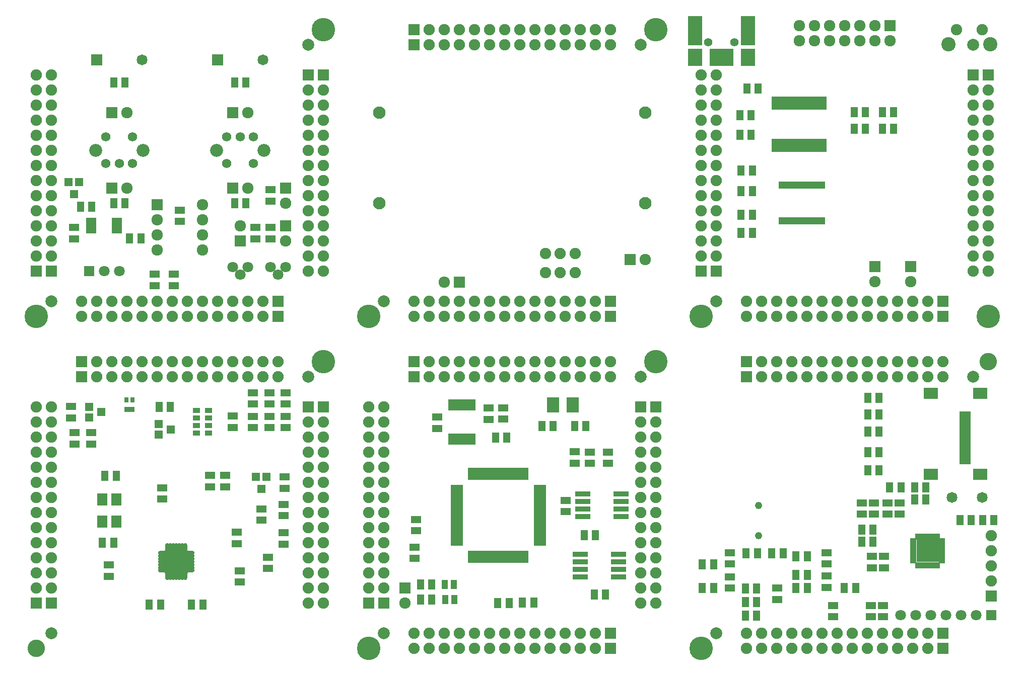
<source format=gts>
G04 (created by PCBNEW (2013-mar-13)-testing) date Tue 09 Apr 2013 04:17:55 PM CEST*
%MOIN*%
G04 Gerber Fmt 3.4, Leading zero omitted, Abs format*
%FSLAX34Y34*%
G01*
G70*
G90*
G04 APERTURE LIST*
%ADD10C,0.00393701*%
%ADD11R,0.070748X0.050748*%
%ADD12R,0.050748X0.070748*%
%ADD13C,0.0787402*%
%ADD14R,0.074848X0.074848*%
%ADD15C,0.074848*%
%ADD16C,0.155748*%
%ADD17C,0.0708661*%
%ADD18R,0.075748X0.075748*%
%ADD19C,0.075748*%
%ADD20R,0.051748X0.051748*%
%ADD21R,0.070748X0.070748*%
%ADD22C,0.070748*%
%ADD23C,0.061748*%
%ADD24C,0.085748*%
%ADD25R,0.071748X0.071748*%
%ADD26C,0.071748*%
%ADD27R,0.065748X0.030748*%
%ADD28C,0.0826772*%
%ADD29R,0.031748X0.086648*%
%ADD30R,0.027548X0.049248*%
%ADD31C,0.094448*%
%ADD32R,0.035448X0.114148*%
%ADD33C,0.055148*%
%ADD34R,0.094448X0.192888*%
%ADD35R,0.094448X0.114148*%
%ADD36C,0.115748*%
%ADD37R,0.027548X0.035448*%
%ADD38O,0.026748X0.055148*%
%ADD39O,0.055148X0.026748*%
%ADD40R,0.153548X0.153548*%
%ADD41R,0.047248X0.035448*%
%ADD42R,0.066948X0.078748*%
%ADD43R,0.040748X0.060748*%
%ADD44R,0.102348X0.035748*%
%ADD45R,0.027548X0.074848*%
%ADD46R,0.078748X0.025748*%
%ADD47R,0.025748X0.078748*%
%ADD48R,0.0826772X0.102348*%
%ADD49R,0.0944882X0.0728346*%
%ADD50R,0.0748031X0.0472441*%
%ADD51R,0.039348X0.025548*%
%ADD52R,0.025548X0.039348*%
%ADD53R,0.145648X0.145648*%
%ADD54C,0.047748*%
G04 APERTURE END LIST*
G54D10*
G54D11*
X21100Y-26975D03*
X21100Y-26225D03*
G54D12*
X15675Y-21750D03*
X14925Y-21750D03*
G54D13*
X30000Y-11000D03*
X13000Y-28000D03*
G54D14*
X28000Y-29000D03*
G54D15*
X27000Y-29000D03*
X26000Y-29000D03*
X25000Y-29000D03*
X24000Y-29000D03*
X23000Y-29000D03*
X22000Y-29000D03*
X21000Y-29000D03*
X20000Y-29000D03*
X19000Y-29000D03*
X18000Y-29000D03*
X17000Y-29000D03*
X16000Y-29000D03*
X15000Y-29000D03*
G54D14*
X31000Y-13000D03*
G54D15*
X31000Y-14000D03*
X31000Y-15000D03*
X31000Y-16000D03*
X31000Y-17000D03*
X31000Y-18000D03*
X31000Y-19000D03*
X31000Y-20000D03*
X31000Y-21000D03*
X31000Y-22000D03*
X31000Y-23000D03*
X31000Y-24000D03*
X31000Y-25000D03*
X31000Y-26000D03*
G54D14*
X13000Y-26000D03*
G54D15*
X13000Y-25000D03*
X13000Y-24000D03*
X13000Y-23000D03*
X13000Y-22000D03*
X13000Y-21000D03*
X13000Y-20000D03*
X13000Y-19000D03*
X13000Y-18000D03*
X13000Y-17000D03*
X13000Y-16000D03*
X13000Y-15000D03*
X13000Y-14000D03*
X13000Y-13000D03*
G54D14*
X12000Y-26000D03*
G54D15*
X12000Y-25000D03*
X12000Y-24000D03*
X12000Y-23000D03*
X12000Y-22000D03*
X12000Y-21000D03*
X12000Y-20000D03*
X12000Y-19000D03*
X12000Y-18000D03*
X12000Y-17000D03*
X12000Y-16000D03*
X12000Y-15000D03*
X12000Y-14000D03*
X12000Y-13000D03*
G54D14*
X30000Y-13000D03*
G54D15*
X30000Y-14000D03*
X30000Y-15000D03*
X30000Y-16000D03*
X30000Y-17000D03*
X30000Y-18000D03*
X30000Y-19000D03*
X30000Y-20000D03*
X30000Y-21000D03*
X30000Y-22000D03*
X30000Y-23000D03*
X30000Y-24000D03*
X30000Y-25000D03*
X30000Y-26000D03*
G54D14*
X28000Y-28000D03*
G54D15*
X27000Y-28000D03*
X26000Y-28000D03*
X25000Y-28000D03*
X24000Y-28000D03*
X23000Y-28000D03*
X22000Y-28000D03*
X21000Y-28000D03*
X20000Y-28000D03*
X19000Y-28000D03*
X18000Y-28000D03*
X17000Y-28000D03*
X16000Y-28000D03*
X15000Y-28000D03*
G54D16*
X12000Y-29000D03*
X31000Y-10000D03*
G54D17*
X28500Y-25750D03*
X28000Y-26250D03*
X27500Y-25750D03*
X26000Y-25750D03*
X25500Y-26250D03*
X25000Y-25750D03*
G54D18*
X20000Y-21600D03*
G54D19*
X20000Y-22600D03*
X20000Y-23600D03*
X20000Y-24600D03*
X23000Y-24600D03*
X23000Y-23600D03*
X23000Y-22600D03*
X23000Y-21600D03*
G54D20*
X14150Y-20100D03*
X14850Y-20100D03*
X14500Y-20900D03*
G54D11*
X26500Y-23875D03*
X26500Y-23125D03*
X27500Y-23125D03*
X27500Y-23875D03*
G54D12*
X17875Y-13500D03*
X17125Y-13500D03*
G54D11*
X21500Y-21975D03*
X21500Y-22725D03*
X14500Y-23875D03*
X14500Y-23125D03*
G54D12*
X17875Y-21500D03*
X17125Y-21500D03*
G54D11*
X19850Y-26975D03*
X19850Y-26225D03*
G54D12*
X18925Y-23850D03*
X18175Y-23850D03*
X25875Y-13500D03*
X25125Y-13500D03*
X25875Y-21500D03*
X25125Y-21500D03*
G54D11*
X27500Y-21375D03*
X27500Y-20625D03*
G54D21*
X15500Y-26000D03*
G54D22*
X16500Y-26000D03*
X17500Y-26000D03*
G54D18*
X25000Y-20500D03*
G54D19*
X26000Y-20500D03*
G54D18*
X17000Y-15500D03*
G54D19*
X18000Y-15500D03*
G54D18*
X28500Y-20500D03*
G54D19*
X28500Y-21500D03*
G54D18*
X28500Y-23000D03*
G54D19*
X28500Y-24000D03*
G54D18*
X25500Y-24000D03*
G54D19*
X25500Y-23000D03*
G54D18*
X25000Y-15500D03*
G54D19*
X26000Y-15500D03*
G54D18*
X17000Y-20500D03*
G54D19*
X18000Y-20500D03*
G54D23*
X16614Y-18885D03*
X17500Y-18885D03*
X18385Y-18885D03*
X18385Y-17114D03*
X16614Y-17114D03*
G54D24*
X19074Y-18000D03*
X15925Y-18000D03*
G54D23*
X26385Y-17114D03*
X25500Y-17114D03*
X24614Y-17114D03*
X24614Y-18885D03*
X26385Y-18885D03*
G54D24*
X23925Y-18000D03*
X27074Y-18000D03*
G54D25*
X24000Y-12000D03*
G54D26*
X27000Y-12000D03*
G54D25*
X16000Y-12000D03*
G54D26*
X19000Y-12000D03*
G54D27*
X15650Y-22616D03*
X15650Y-22872D03*
X15650Y-23128D03*
X15650Y-23384D03*
X17350Y-23384D03*
X17350Y-23128D03*
X17350Y-22872D03*
X17350Y-22616D03*
G54D15*
X46677Y-24838D03*
X45693Y-24838D03*
X47661Y-24838D03*
X47661Y-26098D03*
X46677Y-26098D03*
X45693Y-26098D03*
G54D18*
X40000Y-26750D03*
G54D19*
X39000Y-26750D03*
G54D28*
X34701Y-21500D03*
X52299Y-21500D03*
X52299Y-15500D03*
X34701Y-15500D03*
G54D16*
X53000Y-10000D03*
X34000Y-29000D03*
G54D18*
X51300Y-25260D03*
G54D19*
X52300Y-25260D03*
G54D13*
X35000Y-28000D03*
X52000Y-11000D03*
G54D14*
X37000Y-10000D03*
G54D15*
X38000Y-10000D03*
X39000Y-10000D03*
X40000Y-10000D03*
X41000Y-10000D03*
X42000Y-10000D03*
X43000Y-10000D03*
X44000Y-10000D03*
X45000Y-10000D03*
X46000Y-10000D03*
X47000Y-10000D03*
X48000Y-10000D03*
X49000Y-10000D03*
X50000Y-10000D03*
G54D14*
X50000Y-29000D03*
G54D15*
X49000Y-29000D03*
X48000Y-29000D03*
X47000Y-29000D03*
X46000Y-29000D03*
X45000Y-29000D03*
X44000Y-29000D03*
X43000Y-29000D03*
X42000Y-29000D03*
X41000Y-29000D03*
X40000Y-29000D03*
X39000Y-29000D03*
X38000Y-29000D03*
X37000Y-29000D03*
G54D14*
X50000Y-28000D03*
G54D15*
X49000Y-28000D03*
X48000Y-28000D03*
X47000Y-28000D03*
X46000Y-28000D03*
X45000Y-28000D03*
X44000Y-28000D03*
X43000Y-28000D03*
X42000Y-28000D03*
X41000Y-28000D03*
X40000Y-28000D03*
X39000Y-28000D03*
X38000Y-28000D03*
X37000Y-28000D03*
G54D14*
X37000Y-11000D03*
G54D15*
X38000Y-11000D03*
X39000Y-11000D03*
X40000Y-11000D03*
X41000Y-11000D03*
X42000Y-11000D03*
X43000Y-11000D03*
X44000Y-11000D03*
X45000Y-11000D03*
X46000Y-11000D03*
X47000Y-11000D03*
X48000Y-11000D03*
X49000Y-11000D03*
X50000Y-11000D03*
G54D11*
X21100Y-26975D03*
X21100Y-26225D03*
G54D12*
X15675Y-21750D03*
X14925Y-21750D03*
G54D13*
X30000Y-11000D03*
X13000Y-28000D03*
G54D14*
X28000Y-29000D03*
G54D15*
X27000Y-29000D03*
X26000Y-29000D03*
X25000Y-29000D03*
X24000Y-29000D03*
X23000Y-29000D03*
X22000Y-29000D03*
X21000Y-29000D03*
X20000Y-29000D03*
X19000Y-29000D03*
X18000Y-29000D03*
X17000Y-29000D03*
X16000Y-29000D03*
X15000Y-29000D03*
G54D14*
X31000Y-13000D03*
G54D15*
X31000Y-14000D03*
X31000Y-15000D03*
X31000Y-16000D03*
X31000Y-17000D03*
X31000Y-18000D03*
X31000Y-19000D03*
X31000Y-20000D03*
X31000Y-21000D03*
X31000Y-22000D03*
X31000Y-23000D03*
X31000Y-24000D03*
X31000Y-25000D03*
X31000Y-26000D03*
G54D14*
X13000Y-26000D03*
G54D15*
X13000Y-25000D03*
X13000Y-24000D03*
X13000Y-23000D03*
X13000Y-22000D03*
X13000Y-21000D03*
X13000Y-20000D03*
X13000Y-19000D03*
X13000Y-18000D03*
X13000Y-17000D03*
X13000Y-16000D03*
X13000Y-15000D03*
X13000Y-14000D03*
X13000Y-13000D03*
G54D14*
X12000Y-26000D03*
G54D15*
X12000Y-25000D03*
X12000Y-24000D03*
X12000Y-23000D03*
X12000Y-22000D03*
X12000Y-21000D03*
X12000Y-20000D03*
X12000Y-19000D03*
X12000Y-18000D03*
X12000Y-17000D03*
X12000Y-16000D03*
X12000Y-15000D03*
X12000Y-14000D03*
X12000Y-13000D03*
G54D14*
X30000Y-13000D03*
G54D15*
X30000Y-14000D03*
X30000Y-15000D03*
X30000Y-16000D03*
X30000Y-17000D03*
X30000Y-18000D03*
X30000Y-19000D03*
X30000Y-20000D03*
X30000Y-21000D03*
X30000Y-22000D03*
X30000Y-23000D03*
X30000Y-24000D03*
X30000Y-25000D03*
X30000Y-26000D03*
G54D14*
X28000Y-28000D03*
G54D15*
X27000Y-28000D03*
X26000Y-28000D03*
X25000Y-28000D03*
X24000Y-28000D03*
X23000Y-28000D03*
X22000Y-28000D03*
X21000Y-28000D03*
X20000Y-28000D03*
X19000Y-28000D03*
X18000Y-28000D03*
X17000Y-28000D03*
X16000Y-28000D03*
X15000Y-28000D03*
G54D16*
X12000Y-29000D03*
X31000Y-10000D03*
G54D17*
X28500Y-25750D03*
X28000Y-26250D03*
X27500Y-25750D03*
X26000Y-25750D03*
X25500Y-26250D03*
X25000Y-25750D03*
G54D18*
X20000Y-21600D03*
G54D19*
X20000Y-22600D03*
X20000Y-23600D03*
X20000Y-24600D03*
X23000Y-24600D03*
X23000Y-23600D03*
X23000Y-22600D03*
X23000Y-21600D03*
G54D20*
X14150Y-20100D03*
X14850Y-20100D03*
X14500Y-20900D03*
G54D11*
X26500Y-23875D03*
X26500Y-23125D03*
X27500Y-23125D03*
X27500Y-23875D03*
G54D12*
X17875Y-13500D03*
X17125Y-13500D03*
G54D11*
X21500Y-21975D03*
X21500Y-22725D03*
X14500Y-23875D03*
X14500Y-23125D03*
G54D12*
X17875Y-21500D03*
X17125Y-21500D03*
G54D11*
X19850Y-26975D03*
X19850Y-26225D03*
G54D12*
X18925Y-23850D03*
X18175Y-23850D03*
X25875Y-13500D03*
X25125Y-13500D03*
X25875Y-21500D03*
X25125Y-21500D03*
G54D11*
X27500Y-21375D03*
X27500Y-20625D03*
G54D21*
X15500Y-26000D03*
G54D22*
X16500Y-26000D03*
X17500Y-26000D03*
G54D18*
X25000Y-20500D03*
G54D19*
X26000Y-20500D03*
G54D18*
X17000Y-15500D03*
G54D19*
X18000Y-15500D03*
G54D18*
X28500Y-20500D03*
G54D19*
X28500Y-21500D03*
G54D18*
X28500Y-23000D03*
G54D19*
X28500Y-24000D03*
G54D18*
X25500Y-24000D03*
G54D19*
X25500Y-23000D03*
G54D18*
X25000Y-15500D03*
G54D19*
X26000Y-15500D03*
G54D18*
X17000Y-20500D03*
G54D19*
X18000Y-20500D03*
G54D23*
X16614Y-18885D03*
X17500Y-18885D03*
X18385Y-18885D03*
X18385Y-17114D03*
X16614Y-17114D03*
G54D24*
X19074Y-18000D03*
X15925Y-18000D03*
G54D23*
X26385Y-17114D03*
X25500Y-17114D03*
X24614Y-17114D03*
X24614Y-18885D03*
X26385Y-18885D03*
G54D24*
X23925Y-18000D03*
X27074Y-18000D03*
G54D25*
X24000Y-12000D03*
G54D26*
X27000Y-12000D03*
G54D25*
X16000Y-12000D03*
G54D26*
X19000Y-12000D03*
G54D27*
X15650Y-22616D03*
X15650Y-22872D03*
X15650Y-23128D03*
X15650Y-23384D03*
X17350Y-23384D03*
X17350Y-23128D03*
X17350Y-22872D03*
X17350Y-22616D03*
G54D15*
X46677Y-24838D03*
X45693Y-24838D03*
X47661Y-24838D03*
X47661Y-26098D03*
X46677Y-26098D03*
X45693Y-26098D03*
G54D18*
X40000Y-26750D03*
G54D19*
X39000Y-26750D03*
G54D28*
X34701Y-21500D03*
X52299Y-21500D03*
X52299Y-15500D03*
X34701Y-15500D03*
G54D16*
X53000Y-10000D03*
X34000Y-29000D03*
G54D18*
X51300Y-25260D03*
G54D19*
X52300Y-25260D03*
G54D13*
X35000Y-28000D03*
X52000Y-11000D03*
G54D14*
X37000Y-10000D03*
G54D15*
X38000Y-10000D03*
X39000Y-10000D03*
X40000Y-10000D03*
X41000Y-10000D03*
X42000Y-10000D03*
X43000Y-10000D03*
X44000Y-10000D03*
X45000Y-10000D03*
X46000Y-10000D03*
X47000Y-10000D03*
X48000Y-10000D03*
X49000Y-10000D03*
X50000Y-10000D03*
G54D14*
X50000Y-29000D03*
G54D15*
X49000Y-29000D03*
X48000Y-29000D03*
X47000Y-29000D03*
X46000Y-29000D03*
X45000Y-29000D03*
X44000Y-29000D03*
X43000Y-29000D03*
X42000Y-29000D03*
X41000Y-29000D03*
X40000Y-29000D03*
X39000Y-29000D03*
X38000Y-29000D03*
X37000Y-29000D03*
G54D14*
X50000Y-28000D03*
G54D15*
X49000Y-28000D03*
X48000Y-28000D03*
X47000Y-28000D03*
X46000Y-28000D03*
X45000Y-28000D03*
X44000Y-28000D03*
X43000Y-28000D03*
X42000Y-28000D03*
X41000Y-28000D03*
X40000Y-28000D03*
X39000Y-28000D03*
X38000Y-28000D03*
X37000Y-28000D03*
G54D14*
X37000Y-11000D03*
G54D15*
X38000Y-11000D03*
X39000Y-11000D03*
X40000Y-11000D03*
X41000Y-11000D03*
X42000Y-11000D03*
X43000Y-11000D03*
X44000Y-11000D03*
X45000Y-11000D03*
X46000Y-11000D03*
X47000Y-11000D03*
X48000Y-11000D03*
X49000Y-11000D03*
X50000Y-11000D03*
G54D12*
X59406Y-19331D03*
X58656Y-19331D03*
X59406Y-22283D03*
X58656Y-22283D03*
X59406Y-20709D03*
X58656Y-20709D03*
X59308Y-15689D03*
X58558Y-15689D03*
X68757Y-15492D03*
X68007Y-15492D03*
X68757Y-16575D03*
X68007Y-16575D03*
X66137Y-15492D03*
X66887Y-15492D03*
X66137Y-16575D03*
X66887Y-16575D03*
X59308Y-16969D03*
X58558Y-16969D03*
G54D18*
X69858Y-25721D03*
G54D19*
X69858Y-26721D03*
G54D18*
X67496Y-25721D03*
G54D19*
X67496Y-26721D03*
G54D18*
X68500Y-9750D03*
G54D19*
X68500Y-10750D03*
X67500Y-9750D03*
X67500Y-10750D03*
X66500Y-9750D03*
X66500Y-10750D03*
X65500Y-9750D03*
X65500Y-10750D03*
X64500Y-9750D03*
X64500Y-10750D03*
X63500Y-9750D03*
X63500Y-10750D03*
X62500Y-9750D03*
X62500Y-10750D03*
G54D29*
X60826Y-17680D03*
X61076Y-17680D03*
X61336Y-17680D03*
X61596Y-17680D03*
X61846Y-17680D03*
X62106Y-17680D03*
X62366Y-17680D03*
X62616Y-17680D03*
X62876Y-17680D03*
X63126Y-17680D03*
X63386Y-17680D03*
X63646Y-17680D03*
X63896Y-17680D03*
X64156Y-17680D03*
X64156Y-14880D03*
X63896Y-14880D03*
X63656Y-14880D03*
X63386Y-14880D03*
X63126Y-14880D03*
X62876Y-14880D03*
X62616Y-14880D03*
X62366Y-14880D03*
X62106Y-14880D03*
X61846Y-14880D03*
X61596Y-14880D03*
X61336Y-14880D03*
X61076Y-14880D03*
X60826Y-14880D03*
G54D12*
X59406Y-23465D03*
X58656Y-23465D03*
G54D30*
X62545Y-20325D03*
X62289Y-20325D03*
X61777Y-20325D03*
X62033Y-20325D03*
X61266Y-20325D03*
X61521Y-20325D03*
X63057Y-20325D03*
X62801Y-20325D03*
X63569Y-20325D03*
X63313Y-20325D03*
X63825Y-20325D03*
X64080Y-20325D03*
X64080Y-22667D03*
X63825Y-22667D03*
X63313Y-22667D03*
X63569Y-22667D03*
X62801Y-22667D03*
X63057Y-22667D03*
X61521Y-22667D03*
X61266Y-22667D03*
X62033Y-22667D03*
X61777Y-22667D03*
X62289Y-22667D03*
X62545Y-22667D03*
G54D15*
X74596Y-10000D03*
X72904Y-10000D03*
G54D31*
X75128Y-10984D03*
X72372Y-10984D03*
G54D16*
X75000Y-29000D03*
X56000Y-29000D03*
G54D12*
X59784Y-13921D03*
X59034Y-13921D03*
G54D13*
X74000Y-11000D03*
X57000Y-28000D03*
G54D14*
X72000Y-29000D03*
G54D15*
X71000Y-29000D03*
X70000Y-29000D03*
X69000Y-29000D03*
X68000Y-29000D03*
X67000Y-29000D03*
X66000Y-29000D03*
X65000Y-29000D03*
X64000Y-29000D03*
X63000Y-29000D03*
X62000Y-29000D03*
X61000Y-29000D03*
X60000Y-29000D03*
X59000Y-29000D03*
G54D14*
X56000Y-26000D03*
G54D15*
X56000Y-25000D03*
X56000Y-24000D03*
X56000Y-23000D03*
X56000Y-22000D03*
X56000Y-21000D03*
X56000Y-20000D03*
X56000Y-19000D03*
X56000Y-18000D03*
X56000Y-17000D03*
X56000Y-16000D03*
X56000Y-15000D03*
X56000Y-14000D03*
X56000Y-13000D03*
G54D14*
X57000Y-26000D03*
G54D15*
X57000Y-25000D03*
X57000Y-24000D03*
X57000Y-23000D03*
X57000Y-22000D03*
X57000Y-21000D03*
X57000Y-20000D03*
X57000Y-19000D03*
X57000Y-18000D03*
X57000Y-17000D03*
X57000Y-16000D03*
X57000Y-15000D03*
X57000Y-14000D03*
X57000Y-13000D03*
G54D14*
X72000Y-28000D03*
G54D15*
X71000Y-28000D03*
X70000Y-28000D03*
X69000Y-28000D03*
X68000Y-28000D03*
X67000Y-28000D03*
X66000Y-28000D03*
X65000Y-28000D03*
X64000Y-28000D03*
X63000Y-28000D03*
X62000Y-28000D03*
X61000Y-28000D03*
X60000Y-28000D03*
X59000Y-28000D03*
G54D14*
X75000Y-13000D03*
G54D15*
X75000Y-14000D03*
X75000Y-15000D03*
X75000Y-16000D03*
X75000Y-17000D03*
X75000Y-18000D03*
X75000Y-19000D03*
X75000Y-20000D03*
X75000Y-21000D03*
X75000Y-22000D03*
X75000Y-23000D03*
X75000Y-24000D03*
X75000Y-25000D03*
X75000Y-26000D03*
G54D14*
X74000Y-13000D03*
G54D15*
X74000Y-14000D03*
X74000Y-15000D03*
X74000Y-16000D03*
X74000Y-17000D03*
X74000Y-18000D03*
X74000Y-19000D03*
X74000Y-20000D03*
X74000Y-21000D03*
X74000Y-22000D03*
X74000Y-23000D03*
X74000Y-24000D03*
X74000Y-25000D03*
X74000Y-26000D03*
G54D32*
X57039Y-11834D03*
X56724Y-11834D03*
X57354Y-11834D03*
X57669Y-11834D03*
G54D33*
X56488Y-10850D03*
G54D34*
X55602Y-10063D03*
X59106Y-10063D03*
G54D35*
X59106Y-11834D03*
X55602Y-11834D03*
G54D33*
X58220Y-10850D03*
G54D32*
X57984Y-11834D03*
G54D36*
X12000Y-51000D03*
G54D11*
X26922Y-42513D03*
X26922Y-41763D03*
G54D12*
X20125Y-35000D03*
X20875Y-35000D03*
G54D11*
X24502Y-40306D03*
X24502Y-39556D03*
X28437Y-39656D03*
X28437Y-40406D03*
X23502Y-40306D03*
X23502Y-39556D03*
G54D20*
X26543Y-39641D03*
X27243Y-39641D03*
X26893Y-40441D03*
X20100Y-36850D03*
X20100Y-36150D03*
X20900Y-36500D03*
X15508Y-35706D03*
X15508Y-35006D03*
X16308Y-35356D03*
G54D11*
X14530Y-36724D03*
X14530Y-37474D03*
X26350Y-35641D03*
X26350Y-36391D03*
X27433Y-35641D03*
X27433Y-36391D03*
X28516Y-35641D03*
X28516Y-36391D03*
X26350Y-34066D03*
X26350Y-34816D03*
X27433Y-34066D03*
X27433Y-34816D03*
X28516Y-34066D03*
X28516Y-34816D03*
X14304Y-34991D03*
X14304Y-35741D03*
X15632Y-37474D03*
X15632Y-36724D03*
G54D37*
X17975Y-34549D03*
X18369Y-34549D03*
X18369Y-35179D03*
X18172Y-35179D03*
X17975Y-35179D03*
G54D12*
X16546Y-39578D03*
X17296Y-39578D03*
X17131Y-44027D03*
X16381Y-44027D03*
G54D11*
X27354Y-45721D03*
X27354Y-44971D03*
X25464Y-46626D03*
X25464Y-45876D03*
X16803Y-46233D03*
X16803Y-45483D03*
X28368Y-43347D03*
X28368Y-44097D03*
X28368Y-42227D03*
X28368Y-41477D03*
X25267Y-44067D03*
X25267Y-43317D03*
X20346Y-41115D03*
X20346Y-40365D03*
G54D38*
X20679Y-44325D03*
X21664Y-44325D03*
X21861Y-44325D03*
X21270Y-44325D03*
X21467Y-44325D03*
X21073Y-44325D03*
X20876Y-44325D03*
X20876Y-46215D03*
X21073Y-46215D03*
X21467Y-46215D03*
X21270Y-46215D03*
X21664Y-46215D03*
X21861Y-46215D03*
X20679Y-46215D03*
G54D39*
X22215Y-45270D03*
X22215Y-45467D03*
X22215Y-45861D03*
X22215Y-45664D03*
X22215Y-44876D03*
X22215Y-45073D03*
X22215Y-44679D03*
X20325Y-44679D03*
X20325Y-45073D03*
X20325Y-44876D03*
X20325Y-45664D03*
X20325Y-45861D03*
X20325Y-45467D03*
X20325Y-45270D03*
G54D40*
X21270Y-45270D03*
G54D11*
X25000Y-35625D03*
X25000Y-36375D03*
G54D41*
X23394Y-35262D03*
X23394Y-35754D03*
X23394Y-36738D03*
X23394Y-36246D03*
X22606Y-36246D03*
X22606Y-36738D03*
X22606Y-35754D03*
X22606Y-35262D03*
G54D42*
X17295Y-41133D03*
X17295Y-42629D03*
X16389Y-42629D03*
X16389Y-41133D03*
G54D12*
X22275Y-48100D03*
X23025Y-48100D03*
X20225Y-48100D03*
X19475Y-48100D03*
G54D14*
X12000Y-48000D03*
G54D15*
X12000Y-47000D03*
X12000Y-46000D03*
X12000Y-45000D03*
X12000Y-44000D03*
X12000Y-43000D03*
X12000Y-42000D03*
X12000Y-41000D03*
X12000Y-40000D03*
X12000Y-39000D03*
X12000Y-38000D03*
X12000Y-37000D03*
X12000Y-36000D03*
X12000Y-35000D03*
G54D14*
X31000Y-35000D03*
G54D15*
X31000Y-36000D03*
X31000Y-37000D03*
X31000Y-38000D03*
X31000Y-39000D03*
X31000Y-40000D03*
X31000Y-41000D03*
X31000Y-42000D03*
X31000Y-43000D03*
X31000Y-44000D03*
X31000Y-45000D03*
X31000Y-46000D03*
X31000Y-47000D03*
X31000Y-48000D03*
G54D14*
X15000Y-32000D03*
G54D15*
X16000Y-32000D03*
X17000Y-32000D03*
X18000Y-32000D03*
X19000Y-32000D03*
X20000Y-32000D03*
X21000Y-32000D03*
X22000Y-32000D03*
X23000Y-32000D03*
X24000Y-32000D03*
X25000Y-32000D03*
X26000Y-32000D03*
X27000Y-32000D03*
X28000Y-32000D03*
G54D14*
X15000Y-33000D03*
G54D15*
X16000Y-33000D03*
X17000Y-33000D03*
X18000Y-33000D03*
X19000Y-33000D03*
X20000Y-33000D03*
X21000Y-33000D03*
X22000Y-33000D03*
X23000Y-33000D03*
X24000Y-33000D03*
X25000Y-33000D03*
X26000Y-33000D03*
X27000Y-33000D03*
X28000Y-33000D03*
G54D14*
X30000Y-35000D03*
G54D15*
X30000Y-36000D03*
X30000Y-37000D03*
X30000Y-38000D03*
X30000Y-39000D03*
X30000Y-40000D03*
X30000Y-41000D03*
X30000Y-42000D03*
X30000Y-43000D03*
X30000Y-44000D03*
X30000Y-45000D03*
X30000Y-46000D03*
X30000Y-47000D03*
X30000Y-48000D03*
G54D14*
X13000Y-48000D03*
G54D15*
X13000Y-47000D03*
X13000Y-46000D03*
X13000Y-45000D03*
X13000Y-44000D03*
X13000Y-43000D03*
X13000Y-42000D03*
X13000Y-41000D03*
X13000Y-40000D03*
X13000Y-39000D03*
X13000Y-38000D03*
X13000Y-37000D03*
X13000Y-36000D03*
X13000Y-35000D03*
G54D13*
X13000Y-50000D03*
X30000Y-33000D03*
G54D16*
X31000Y-32000D03*
G54D11*
X37130Y-42471D03*
X37130Y-43221D03*
X47031Y-41212D03*
X47031Y-41962D03*
G54D12*
X44176Y-47984D03*
X44926Y-47984D03*
G54D11*
X42917Y-35070D03*
X42917Y-35820D03*
X41933Y-35090D03*
X41933Y-35840D03*
G54D12*
X42542Y-48024D03*
X43292Y-48024D03*
X42405Y-37059D03*
X43155Y-37059D03*
G54D11*
X38528Y-36430D03*
X38528Y-35680D03*
G54D12*
X49021Y-43496D03*
X48271Y-43496D03*
G54D11*
X48646Y-38753D03*
X48646Y-38003D03*
X49827Y-38753D03*
X49827Y-38003D03*
G54D12*
X47630Y-36282D03*
X48380Y-36282D03*
X46215Y-36282D03*
X45465Y-36282D03*
G54D11*
X37031Y-45052D03*
X37031Y-44302D03*
G54D43*
X39074Y-47768D03*
X39674Y-47768D03*
X39054Y-46783D03*
X39654Y-46783D03*
G54D18*
X36400Y-47000D03*
G54D19*
X36400Y-48000D03*
G54D44*
X50693Y-40778D03*
X48173Y-40778D03*
X50693Y-41278D03*
X50693Y-41778D03*
X50693Y-42278D03*
X48173Y-41278D03*
X48173Y-41778D03*
X48173Y-42278D03*
G54D45*
X39421Y-37158D03*
X39671Y-37158D03*
X39931Y-37158D03*
X40181Y-37158D03*
X40441Y-37158D03*
X40696Y-37158D03*
X40951Y-37158D03*
X40951Y-34874D03*
X40696Y-34874D03*
X40441Y-34874D03*
X40181Y-34874D03*
X39926Y-34874D03*
X39671Y-34874D03*
X39416Y-34874D03*
G54D44*
X50536Y-44793D03*
X48016Y-44793D03*
X50536Y-45293D03*
X50536Y-45793D03*
X50536Y-46293D03*
X48016Y-45293D03*
X48016Y-45793D03*
X48016Y-46293D03*
G54D46*
X39827Y-43280D03*
X39827Y-43476D03*
X39827Y-43673D03*
X39827Y-43870D03*
X39827Y-44067D03*
X39827Y-43083D03*
G54D47*
X42485Y-39441D03*
X42288Y-39441D03*
X42091Y-39441D03*
X41894Y-39441D03*
X41697Y-39441D03*
X41500Y-39441D03*
X41304Y-39441D03*
X41107Y-39441D03*
X40910Y-39441D03*
X40713Y-39441D03*
G54D46*
X39827Y-40327D03*
X39827Y-40524D03*
X39827Y-40721D03*
X39827Y-40917D03*
X39827Y-41114D03*
X39827Y-41311D03*
X39827Y-41508D03*
X39827Y-41705D03*
X39827Y-41902D03*
X39827Y-42098D03*
X39827Y-42295D03*
X39827Y-42492D03*
X39827Y-42689D03*
X39827Y-42886D03*
G54D47*
X40713Y-44953D03*
X40910Y-44953D03*
X41107Y-44953D03*
X41304Y-44953D03*
X41500Y-44953D03*
X41697Y-44953D03*
X41894Y-44953D03*
X42091Y-44953D03*
X42288Y-44953D03*
X42485Y-44953D03*
X42682Y-44953D03*
X42878Y-44953D03*
X43075Y-44953D03*
X43272Y-44953D03*
X43469Y-44953D03*
X43666Y-44953D03*
X43863Y-44953D03*
X44059Y-44953D03*
X44256Y-44953D03*
X44453Y-44953D03*
G54D46*
X45339Y-44067D03*
X45339Y-43870D03*
X45339Y-43673D03*
X45339Y-43476D03*
X45339Y-43280D03*
X45339Y-43083D03*
X45339Y-42886D03*
X45339Y-42689D03*
X45339Y-42492D03*
X45339Y-42295D03*
X45339Y-42098D03*
X45339Y-41902D03*
X45339Y-41705D03*
X45339Y-41508D03*
X45339Y-41310D03*
X45339Y-41114D03*
X45339Y-40917D03*
X45339Y-40720D03*
X45339Y-40520D03*
X45339Y-40327D03*
G54D47*
X44453Y-39441D03*
X44256Y-39441D03*
X44059Y-39441D03*
X43863Y-39441D03*
X43666Y-39441D03*
X43469Y-39441D03*
X43272Y-39441D03*
X43075Y-39441D03*
X42878Y-39441D03*
X42682Y-39441D03*
G54D11*
X47632Y-38733D03*
X47632Y-37983D03*
G54D12*
X38174Y-47768D03*
X37424Y-47768D03*
X38174Y-46764D03*
X37424Y-46764D03*
G54D13*
X52000Y-33000D03*
X35000Y-50000D03*
G54D12*
X49685Y-47445D03*
X48935Y-47445D03*
G54D14*
X37000Y-32000D03*
G54D15*
X38000Y-32000D03*
X39000Y-32000D03*
X40000Y-32000D03*
X41000Y-32000D03*
X42000Y-32000D03*
X43000Y-32000D03*
X44000Y-32000D03*
X45000Y-32000D03*
X46000Y-32000D03*
X47000Y-32000D03*
X48000Y-32000D03*
X49000Y-32000D03*
X50000Y-32000D03*
G54D14*
X50000Y-51000D03*
G54D15*
X49000Y-51000D03*
X48000Y-51000D03*
X47000Y-51000D03*
X46000Y-51000D03*
X45000Y-51000D03*
X44000Y-51000D03*
X43000Y-51000D03*
X42000Y-51000D03*
X41000Y-51000D03*
X40000Y-51000D03*
X39000Y-51000D03*
X38000Y-51000D03*
X37000Y-51000D03*
G54D14*
X53000Y-35000D03*
G54D15*
X53000Y-36000D03*
X53000Y-37000D03*
X53000Y-38000D03*
X53000Y-39000D03*
X53000Y-40000D03*
X53000Y-41000D03*
X53000Y-42000D03*
X53000Y-43000D03*
X53000Y-44000D03*
X53000Y-45000D03*
X53000Y-46000D03*
X53000Y-47000D03*
X53000Y-48000D03*
G54D14*
X35000Y-48000D03*
G54D15*
X35000Y-47000D03*
X35000Y-46000D03*
X35000Y-45000D03*
X35000Y-44000D03*
X35000Y-43000D03*
X35000Y-42000D03*
X35000Y-41000D03*
X35000Y-40000D03*
X35000Y-39000D03*
X35000Y-38000D03*
X35000Y-37000D03*
X35000Y-36000D03*
X35000Y-35000D03*
G54D14*
X34000Y-48000D03*
G54D15*
X34000Y-47000D03*
X34000Y-46000D03*
X34000Y-45000D03*
X34000Y-44000D03*
X34000Y-43000D03*
X34000Y-42000D03*
X34000Y-41000D03*
X34000Y-40000D03*
X34000Y-39000D03*
X34000Y-38000D03*
X34000Y-37000D03*
X34000Y-36000D03*
X34000Y-35000D03*
G54D14*
X52000Y-35000D03*
G54D15*
X52000Y-36000D03*
X52000Y-37000D03*
X52000Y-38000D03*
X52000Y-39000D03*
X52000Y-40000D03*
X52000Y-41000D03*
X52000Y-42000D03*
X52000Y-43000D03*
X52000Y-44000D03*
X52000Y-45000D03*
X52000Y-46000D03*
X52000Y-47000D03*
X52000Y-48000D03*
G54D14*
X50000Y-50000D03*
G54D15*
X49000Y-50000D03*
X48000Y-50000D03*
X47000Y-50000D03*
X46000Y-50000D03*
X45000Y-50000D03*
X44000Y-50000D03*
X43000Y-50000D03*
X42000Y-50000D03*
X41000Y-50000D03*
X40000Y-50000D03*
X39000Y-50000D03*
X38000Y-50000D03*
X37000Y-50000D03*
G54D14*
X37000Y-33000D03*
G54D15*
X38000Y-33000D03*
X39000Y-33000D03*
X40000Y-33000D03*
X41000Y-33000D03*
X42000Y-33000D03*
X43000Y-33000D03*
X44000Y-33000D03*
X45000Y-33000D03*
X46000Y-33000D03*
X47000Y-33000D03*
X48000Y-33000D03*
X49000Y-33000D03*
X50000Y-33000D03*
G54D48*
X46204Y-34894D03*
X47503Y-34894D03*
G54D16*
X34000Y-51000D03*
X53000Y-32000D03*
G54D13*
X74000Y-33000D03*
X57000Y-50000D03*
G54D14*
X59000Y-32000D03*
G54D15*
X60000Y-32000D03*
X61000Y-32000D03*
X62000Y-32000D03*
X63000Y-32000D03*
X64000Y-32000D03*
X65000Y-32000D03*
X66000Y-32000D03*
X67000Y-32000D03*
X68000Y-32000D03*
X69000Y-32000D03*
X70000Y-32000D03*
X71000Y-32000D03*
X72000Y-32000D03*
G54D14*
X72000Y-51000D03*
G54D15*
X71000Y-51000D03*
X70000Y-51000D03*
X69000Y-51000D03*
X68000Y-51000D03*
X67000Y-51000D03*
X66000Y-51000D03*
X65000Y-51000D03*
X64000Y-51000D03*
X63000Y-51000D03*
X62000Y-51000D03*
X61000Y-51000D03*
X60000Y-51000D03*
X59000Y-51000D03*
G54D14*
X72000Y-50000D03*
G54D15*
X71000Y-50000D03*
X70000Y-50000D03*
X69000Y-50000D03*
X68000Y-50000D03*
X67000Y-50000D03*
X66000Y-50000D03*
X65000Y-50000D03*
X64000Y-50000D03*
X63000Y-50000D03*
X62000Y-50000D03*
X61000Y-50000D03*
X60000Y-50000D03*
X59000Y-50000D03*
G54D14*
X59000Y-33000D03*
G54D15*
X60000Y-33000D03*
X61000Y-33000D03*
X62000Y-33000D03*
X63000Y-33000D03*
X64000Y-33000D03*
X65000Y-33000D03*
X66000Y-33000D03*
X67000Y-33000D03*
X68000Y-33000D03*
X69000Y-33000D03*
X70000Y-33000D03*
X71000Y-33000D03*
X72000Y-33000D03*
G54D16*
X56000Y-51000D03*
G54D49*
X71218Y-39477D03*
X71218Y-34122D03*
X74486Y-34122D03*
X74486Y-39477D03*
G54D50*
X73462Y-35540D03*
X73462Y-35973D03*
X73462Y-36406D03*
X73462Y-36839D03*
X73462Y-37272D03*
X73462Y-37705D03*
X73462Y-38138D03*
X73462Y-38571D03*
G54D36*
X75000Y-32000D03*
G54D51*
X70056Y-43862D03*
X70056Y-44059D03*
X70056Y-44256D03*
X70056Y-44453D03*
X70056Y-44649D03*
X70056Y-44846D03*
X70056Y-45043D03*
X70056Y-45240D03*
G54D52*
X71098Y-45496D03*
X71294Y-45496D03*
X71491Y-45496D03*
X71688Y-45496D03*
G54D53*
X71000Y-44550D03*
G54D52*
X70311Y-45496D03*
X70508Y-45496D03*
X70705Y-45496D03*
X70901Y-45496D03*
G54D51*
X71944Y-45238D03*
X71945Y-45041D03*
X71945Y-44845D03*
X71945Y-44648D03*
X71945Y-44451D03*
X71945Y-44254D03*
X71945Y-44057D03*
X71945Y-43860D03*
G54D52*
X71689Y-43605D03*
X71492Y-43605D03*
X71295Y-43605D03*
X71099Y-43605D03*
X70902Y-43605D03*
X70705Y-43605D03*
X70508Y-43605D03*
X70311Y-43605D03*
G54D12*
X56825Y-45450D03*
X56075Y-45450D03*
X62275Y-46150D03*
X63025Y-46150D03*
G54D11*
X61050Y-47025D03*
X61050Y-47775D03*
X64750Y-48175D03*
X64750Y-48925D03*
G54D12*
X59675Y-47950D03*
X58925Y-47950D03*
X59675Y-48850D03*
X58925Y-48850D03*
X58925Y-47050D03*
X59675Y-47050D03*
X56825Y-47000D03*
X56075Y-47000D03*
G54D11*
X57900Y-46275D03*
X57900Y-47025D03*
X64300Y-45425D03*
X64300Y-44675D03*
X57900Y-44675D03*
X57900Y-45425D03*
G54D12*
X67025Y-39200D03*
X67775Y-39200D03*
G54D11*
X68050Y-48175D03*
X68050Y-48925D03*
X67250Y-48175D03*
X67250Y-48925D03*
G54D12*
X67025Y-34400D03*
X67775Y-34400D03*
X67025Y-35500D03*
X67775Y-35500D03*
X67025Y-36650D03*
X67775Y-36650D03*
X67025Y-38000D03*
X67775Y-38000D03*
G54D11*
X66650Y-42125D03*
X66650Y-41375D03*
G54D12*
X74625Y-42500D03*
X75375Y-42500D03*
X73125Y-42500D03*
X73875Y-42500D03*
X68475Y-40350D03*
X69225Y-40350D03*
X70125Y-41150D03*
X70875Y-41150D03*
X70125Y-40350D03*
X70875Y-40350D03*
G54D11*
X68350Y-42125D03*
X68350Y-41375D03*
X69150Y-42125D03*
X69150Y-41375D03*
X67450Y-42125D03*
X67450Y-41375D03*
G54D12*
X67375Y-43150D03*
X66625Y-43150D03*
X67375Y-43950D03*
X66625Y-43950D03*
G54D11*
X68100Y-45675D03*
X68100Y-44925D03*
X67300Y-45675D03*
X67300Y-44925D03*
G54D12*
X65475Y-47000D03*
X66225Y-47000D03*
X62275Y-47000D03*
X63025Y-47000D03*
G54D11*
X64300Y-46975D03*
X64300Y-46225D03*
G54D12*
X63025Y-44900D03*
X62275Y-44900D03*
G54D21*
X75200Y-48800D03*
G54D22*
X74200Y-48800D03*
X73200Y-48800D03*
X72200Y-48800D03*
X71200Y-48800D03*
X70200Y-48800D03*
X69200Y-48800D03*
G54D14*
X75200Y-47550D03*
G54D15*
X75200Y-46550D03*
X75200Y-45550D03*
X75200Y-44550D03*
X75200Y-43550D03*
G54D26*
X72600Y-41000D03*
X74600Y-41000D03*
G54D12*
X59725Y-44700D03*
X58975Y-44700D03*
X60675Y-44700D03*
X61425Y-44700D03*
G54D54*
X59800Y-41550D03*
X59800Y-43550D03*
M02*

</source>
